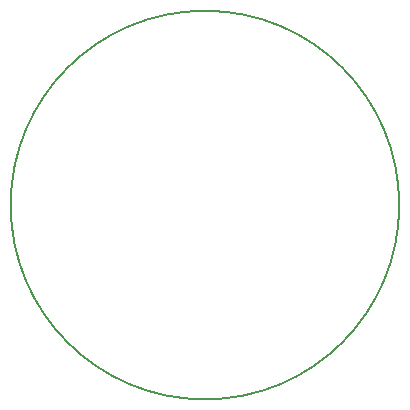
<source format=gbr>
G04 #@! TF.GenerationSoftware,KiCad,Pcbnew,(5.0.2)-1*
G04 #@! TF.CreationDate,2019-02-24T19:10:18-05:00*
G04 #@! TF.ProjectId,light_monitor,6c696768-745f-46d6-9f6e-69746f722e6b,R001*
G04 #@! TF.SameCoordinates,Original*
G04 #@! TF.FileFunction,Profile,NP*
%FSLAX46Y46*%
G04 Gerber Fmt 4.6, Leading zero omitted, Abs format (unit mm)*
G04 Created by KiCad (PCBNEW (5.0.2)-1) date 2/24/2019 7:10:18 PM*
%MOMM*%
%LPD*%
G01*
G04 APERTURE LIST*
%ADD10C,0.150000*%
G04 APERTURE END LIST*
D10*
X129810200Y-105232200D02*
G75*
G03X129810200Y-105232200I-16450000J0D01*
G01*
M02*

</source>
